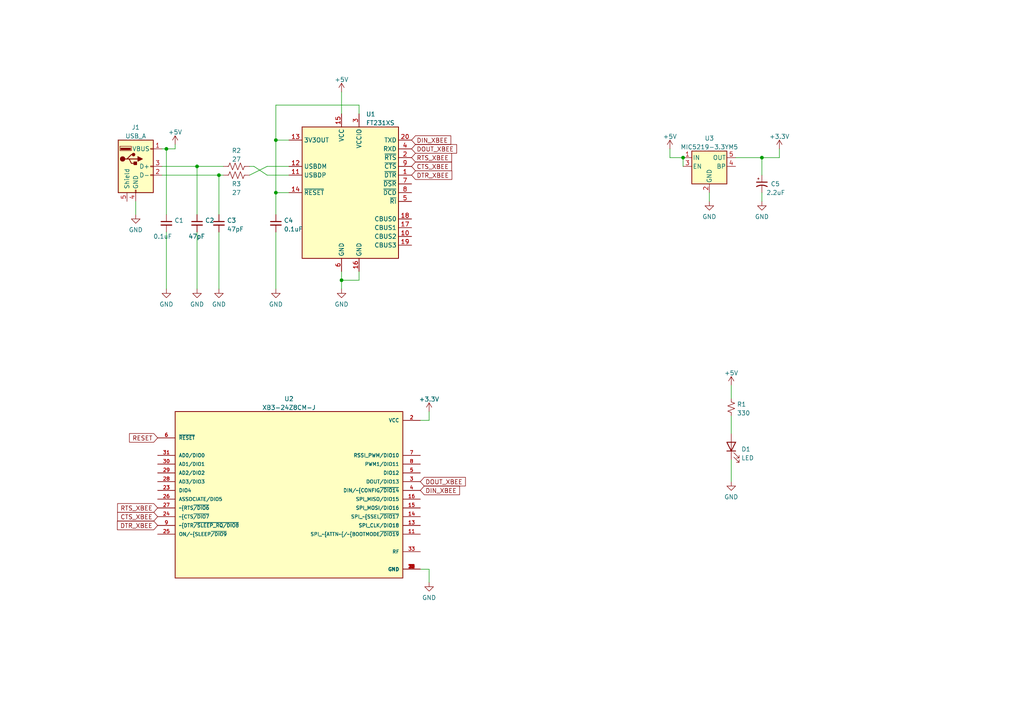
<source format=kicad_sch>
(kicad_sch (version 20211123) (generator eeschema)
  (paper "A4")
  (lib_symbols
    (symbol "Connector:USB_A" (pin_names (offset 1.016))
      (property "Reference" "J1" (at 0 11.3198 0))
      (property "Value" "USB_A" (at 0 8.7829 0))
      (symbol "USB_A_0_1"
        (rectangle (start -5.08 -7.62) (end 5.08 7.62) (stroke (width 0.254)) (fill (type background)))
        (circle (center -3.81 2.159) (radius 0.635) (stroke (width 0.254)) (fill (type outline)))
        (rectangle (start -1.524 4.826) (end -4.318 5.334) (fill (type outline)))
        (rectangle (start -1.27 4.572) (end -4.572 5.842))
        (circle (center -0.635 3.429) (radius 0.381) (stroke (width 0.254)) (fill (type outline)))
        (rectangle (start -0.127 -7.62) (end 0.127 -6.858))
        (polyline (pts (xy -3.175 2.159) (xy -2.54 2.159) (xy -1.27 3.429) (xy -0.635 3.429)) (stroke (width 0.254)))
        (polyline (pts (xy -2.54 2.159) (xy -1.905 2.159) (xy -1.27 0.889) (xy 0 0.889)) (stroke (width 0.254)))
        (polyline (pts (xy 0.635 2.794) (xy 0.635 1.524) (xy 1.905 2.159) (xy 0.635 2.794)) (stroke (width 0.254)) (fill (type outline)))
        (rectangle (start 0.254 1.27) (end -0.508 0.508) (stroke (width 0.254)) (fill (type outline)))
        (rectangle (start 5.08 -2.667) (end 4.318 -2.413))
        (rectangle (start 5.08 -0.127) (end 4.318 0.127))
        (rectangle (start 5.08 4.953) (end 4.318 5.207))
      )
      (symbol "USB_A_1_1"
        (polyline (pts (xy -1.905 2.159) (xy 0.635 2.159)) (stroke (width 0.254)))
        (pin output line (at 7.62 5.08 180) (length 2.54) (name "VBUS") (number "1"))
        (pin bidirectional line (at 7.62 -2.54 180) (length 2.54) (name "D-") (number "2"))
        (pin bidirectional line (at 7.62 0 180) (length 2.54) (name "D+") (number "3"))
        (pin power_out line (at 0 -10.16 90) (length 2.54) (name "GND") (number "4"))
        (pin passive line (at -2.54 -10.16 90) (length 2.54) (name "Shield") (number "5"))
      )
    )
    (symbol "Device:C_Polarized_Small_US" (pin_numbers hide) (pin_names (offset 0.254) hide)
      (property "Reference" "C" (at 0.254 1.778 0))
      (property "Value" "C_Polarized_Small_US" (at 0.254 -2.032 0))
      (symbol "C_Polarized_Small_US_0_1"
        (polyline (pts (xy -1.524 0.508) (xy 1.524 0.508)) (stroke (width 0.3048)))
        (polyline (pts (xy -1.27 1.524) (xy -0.762 1.524)))
        (polyline (pts (xy -1.016 1.27) (xy -1.016 1.778)))
        (arc (start 1.524 -0.762) (mid 0 -0.3734) (end -1.524 -0.762) (stroke (width 0.3048)))
      )
      (symbol "C_Polarized_Small_US_1_1"
        (pin passive line (at 0 2.54 270) (length 2.032) (name "~") (number "1"))
        (pin passive line (at 0 -2.54 90) (length 2.032) (name "~") (number "2"))
      )
    )
    (symbol "Device:C_Small" (pin_numbers hide) (pin_names (offset 0.254) hide)
      (property "Reference" "C" (at 0.254 1.778 0))
      (property "Value" "C_Small" (at 0.254 -2.032 0))
      (symbol "C_Small_0_1"
        (polyline (pts (xy -1.524 -0.508) (xy 1.524 -0.508)) (stroke (width 0.3302)))
        (polyline (pts (xy -1.524 0.508) (xy 1.524 0.508)) (stroke (width 0.3048)))
      )
      (symbol "C_Small_1_1"
        (pin passive line (at 0 2.54 270) (length 2.032) (name "~") (number "1"))
        (pin passive line (at 0 -2.54 90) (length 2.032) (name "~") (number "2"))
      )
    )
    (symbol "Device:LED" (pin_numbers hide) (pin_names (offset 1.016) hide)
      (property "Reference" "D" (at 0 2.54 0))
      (property "Value" "LED" (at 0 -2.54 0))
      (symbol "LED_0_1"
        (polyline (pts (xy -1.27 -1.27) (xy -1.27 1.27)) (stroke (width 0.254)))
        (polyline (pts (xy -1.27 0) (xy 1.27 0)))
        (polyline (pts (xy 1.27 -1.27) (xy 1.27 1.27) (xy -1.27 0) (xy 1.27 -1.27)) (stroke (width 0.254)))
        (polyline (pts (xy -3.048 -0.762) (xy -4.572 -2.286) (xy -3.81 -2.286) (xy -4.572 -2.286) (xy -4.572 -1.524)))
        (polyline (pts (xy -1.778 -0.762) (xy -3.302 -2.286) (xy -2.54 -2.286) (xy -3.302 -2.286) (xy -3.302 -1.524)))
      )
      (symbol "LED_1_1"
        (pin passive line (at -3.81 0 0) (length 2.54) (name "K") (number "1"))
        (pin passive line (at 3.81 0 180) (length 2.54) (name "A") (number "2"))
      )
    )
    (symbol "Device:R_Small_US" (pin_numbers hide) (pin_names (offset 0.254) hide)
      (property "Reference" "R" (at 0.762 0.508 0))
      (property "Value" "R_Small_US" (at 0.762 -1.016 0))
      (symbol "R_Small_US_1_1"
        (polyline (pts (xy 0 0) (xy 1.016 -0.381) (xy 0 -0.762) (xy -1.016 -1.143) (xy 0 -1.524)))
        (polyline (pts (xy 0 1.524) (xy 1.016 1.143) (xy 0 0.762) (xy -1.016 0.381) (xy 0 0)))
        (pin passive line (at 0 2.54 270) (length 1.016) (name "~") (number "1"))
        (pin passive line (at 0 -2.54 90) (length 1.016) (name "~") (number "2"))
      )
    )
    (symbol "Device:R_US" (pin_numbers hide) (pin_names (offset 0))
      (property "Reference" "R" (at 2.54 0 90))
      (property "Value" "R_US" (at -2.54 0 90))
      (symbol "R_US_0_1"
        (polyline (pts (xy 0 -2.286) (xy 0 -2.54)))
        (polyline (pts (xy 0 2.286) (xy 0 2.54)))
        (polyline (pts (xy 0 -0.762) (xy 1.016 -1.143) (xy 0 -1.524) (xy -1.016 -1.905) (xy 0 -2.286)))
        (polyline (pts (xy 0 0.762) (xy 1.016 0.381) (xy 0 0) (xy -1.016 -0.381) (xy 0 -0.762)))
        (polyline (pts (xy 0 2.286) (xy 1.016 1.905) (xy 0 1.524) (xy -1.016 1.143) (xy 0 0.762)))
      )
      (symbol "R_US_1_1"
        (pin passive line (at 0 3.81 270) (length 1.27) (name "~") (number "1"))
        (pin passive line (at 0 -3.81 90) (length 1.27) (name "~") (number "2"))
      )
    )
    (symbol "Interface_USB:FT231XS"
      (property "Reference" "U" (at -13.97 20.32 0))
      (property "Value" "FT231XS" (at 7.62 20.32 0))
      (symbol "FT231XS_0_1"
        (rectangle (start -13.97 19.05) (end 13.97 -19.05) (stroke (width 0.254)) (fill (type background)))
      )
      (symbol "FT231XS_1_1"
        (pin output line (at 17.78 5.08 180) (length 3.81) (name "~{DTR}") (number "1"))
        (pin bidirectional line (at 17.78 -12.7 180) (length 3.81) (name "CBUS2") (number "10"))
        (pin bidirectional line (at -17.78 5.08 0) (length 3.81) (name "USBDP") (number "11"))
        (pin bidirectional line (at -17.78 7.62 0) (length 3.81) (name "USBDM") (number "12"))
        (pin power_out line (at -17.78 15.24 0) (length 3.81) (name "3V3OUT") (number "13"))
        (pin input line (at -17.78 0 0) (length 3.81) (name "~{RESET}") (number "14"))
        (pin power_in line (at -2.54 22.86 270) (length 3.81) (name "VCC") (number "15"))
        (pin power_in line (at 2.54 -22.86 90) (length 3.81) (name "GND") (number "16"))
        (pin bidirectional line (at 17.78 -10.16 180) (length 3.81) (name "CBUS1") (number "17"))
        (pin bidirectional line (at 17.78 -7.62 180) (length 3.81) (name "CBUS0") (number "18"))
        (pin bidirectional line (at 17.78 -15.24 180) (length 3.81) (name "CBUS3") (number "19"))
        (pin output line (at 17.78 10.16 180) (length 3.81) (name "~{RTS}") (number "2"))
        (pin output line (at 17.78 15.24 180) (length 3.81) (name "TXD") (number "20"))
        (pin power_in line (at 2.54 22.86 270) (length 3.81) (name "VCCIO") (number "3"))
        (pin input line (at 17.78 12.7 180) (length 3.81) (name "RXD") (number "4"))
        (pin input line (at 17.78 -2.54 180) (length 3.81) (name "~{RI}") (number "5"))
        (pin power_in line (at -2.54 -22.86 90) (length 3.81) (name "GND") (number "6"))
        (pin input line (at 17.78 2.54 180) (length 3.81) (name "~{DSR}") (number "7"))
        (pin input line (at 17.78 0 180) (length 3.81) (name "~{DCD}") (number "8"))
        (pin input line (at 17.78 7.62 180) (length 3.81) (name "~{CTS}") (number "9"))
      )
    )
    (symbol "Regulator_Linear:MIC5219-3.3YM5" (pin_names (offset 0.254))
      (property "Reference" "U" (at -3.81 5.715 0))
      (property "Value" "MIC5219-3.3YM5" (at 0 5.715 0))
      (symbol "MIC5219-3.3YM5_0_1"
        (rectangle (start -5.08 4.445) (end 5.08 -5.08) (stroke (width 0.254)) (fill (type background)))
      )
      (symbol "MIC5219-3.3YM5_1_1"
        (pin power_in line (at -7.62 2.54 0) (length 2.54) (name "IN") (number "1"))
        (pin power_in line (at 0 -7.62 90) (length 2.54) (name "GND") (number "2"))
        (pin input line (at -7.62 0 0) (length 2.54) (name "EN") (number "3"))
        (pin input line (at 7.62 0 180) (length 2.54) (name "BP") (number "4"))
        (pin power_out line (at 7.62 2.54 180) (length 2.54) (name "OUT") (number "5"))
      )
    )
    (symbol "XBee:XB3-24Z8CM-J" (pin_names (offset 1.016))
      (property "Reference" "U" (at -33.02 26.035 0))
      (property "Value" "XB3-24Z8CM-J" (at -33.02 -25.4 0))
      (symbol "XB3-24Z8CM-J_0_0"
        (rectangle (start -33.02 -22.86) (end 33.02 25.4) (stroke (width 0.254)) (fill (type background)))
        (pin power_in line (at 38.1 -20.32 180) (length 5.08) (name "GND") (number "1"))
        (pin power_in line (at 38.1 -20.32 180) (length 5.08) (name "GND") (number "10"))
        (pin bidirectional line (at 38.1 -10.16 180) (length 5.08) (name "SPI_~{ATTN~{/~{BOOTMODE~{/DIO19}") (number "11"))
        (pin power_in line (at 38.1 -20.32 180) (length 5.08) (name "GND") (number "12"))
        (pin bidirectional line (at 38.1 -7.62 180) (length 5.08) (name "SPI_CLK/DIO18") (number "13"))
        (pin bidirectional line (at 38.1 -5.08 180) (length 5.08) (name "SPI_~{SSEL~{/DIO17}") (number "14"))
        (pin bidirectional line (at 38.1 -2.54 180) (length 5.08) (name "SPI_MOSI/DIO16") (number "15"))
        (pin bidirectional line (at 38.1 0 180) (length 5.08) (name "SPI_MISO/DIO15") (number "16"))
        (pin power_in line (at 38.1 22.86 180) (length 5.08) (name "VCC") (number "2"))
        (pin power_in line (at 38.1 -20.32 180) (length 5.08) (name "GND") (number "21"))
        (pin bidirectional line (at -38.1 2.54 0) (length 5.08) (name "DIO4") (number "23"))
        (pin bidirectional line (at -38.1 -5.08 0) (length 5.08) (name "~{CTS~{/DIO7}") (number "24"))
        (pin bidirectional line (at -38.1 -10.16 0) (length 5.08) (name "ON/~{SLEEP~{/DIO9}") (number "25"))
        (pin bidirectional line (at -38.1 0 0) (length 5.08) (name "ASSOCIATE/DIO5") (number "26"))
        (pin bidirectional line (at -38.1 -2.54 0) (length 5.08) (name "~{RTS~{/DIO6}") (number "27"))
        (pin bidirectional line (at -38.1 5.08 0) (length 5.08) (name "AD3/DIO3") (number "28"))
        (pin bidirectional line (at -38.1 7.62 0) (length 5.08) (name "AD2/DIO2") (number "29"))
        (pin bidirectional line (at 38.1 5.08 180) (length 5.08) (name "DOUT/DIO13") (number "3"))
        (pin bidirectional line (at -38.1 10.16 0) (length 5.08) (name "AD1/DIO1") (number "30"))
        (pin bidirectional line (at -38.1 12.7 0) (length 5.08) (name "AD0/DIO0") (number "31"))
        (pin power_in line (at 38.1 -20.32 180) (length 5.08) (name "GND") (number "32"))
        (pin bidirectional line (at 38.1 -15.24 180) (length 5.08) (name "RF") (number "33"))
        (pin power_in line (at 38.1 -20.32 180) (length 5.08) (name "GND") (number "34"))
        (pin bidirectional line (at 38.1 2.54 180) (length 5.08) (name "DIN/~{CONFIG~{/DIO14}") (number "4"))
        (pin bidirectional line (at 38.1 7.62 180) (length 5.08) (name "DIO12") (number "5"))
        (pin input line (at -38.1 17.78 0) (length 5.08) (name "~{RESET}") (number "6"))
        (pin bidirectional line (at 38.1 12.7 180) (length 5.08) (name "RSSI_PWM/DIO10") (number "7"))
        (pin bidirectional line (at 38.1 10.16 180) (length 5.08) (name "PWM1/DIO11") (number "8"))
        (pin bidirectional line (at -38.1 -7.62 0) (length 5.08) (name "~{DTR~{/SLEEP_RQ/DIO8}") (number "9"))
      )
    )
    (symbol "power:+3.3V" (power) (pin_names (offset 0))
      (property "Value" "+3.3V" (at 0 3.556 0))
      (symbol "+3.3V_0_1"
        (polyline (pts (xy -0.762 1.27) (xy 0 2.54)))
        (polyline (pts (xy 0 0) (xy 0 2.54)))
        (polyline (pts (xy 0 2.54) (xy 0.762 1.27)))
      )
      (symbol "+3.3V_1_1"
        (pin power_in line (at 0 0 90) (length 0) hide (name "+3.3V") (number "1"))
      )
    )
    (symbol "power:+5V" (power) (pin_names (offset 0))
      (property "Value" "+5V" (at 0 3.556 0))
      (symbol "+5V_0_1"
        (polyline (pts (xy -0.762 1.27) (xy 0 2.54)))
        (polyline (pts (xy 0 0) (xy 0 2.54)))
        (polyline (pts (xy 0 2.54) (xy 0.762 1.27)))
      )
      (symbol "+5V_1_1"
        (pin power_in line (at 0 0 90) (length 0) hide (name "+5V") (number "1"))
      )
    )
    (symbol "power:GND" (power) (pin_names (offset 0))
      (property "Value" "GND" (at 0 -3.81 0))
      (symbol "GND_0_1"
        (polyline (pts (xy 0 0) (xy 0 -1.27) (xy 1.27 -1.27) (xy 0 -2.54) (xy -1.27 -1.27) (xy 0 -1.27)))
      )
      (symbol "GND_1_1"
        (pin power_in line (at 0 0 270) (length 0) hide (name "GND") (number "1"))
      )
    )
  )
  (junction (at 63.5 50.8))
  (junction (at 48.26 43.18))
  (junction (at 80.01 40.64))
  (junction (at 198.12 45.72))
  (junction (at 220.98 45.72))
  (junction (at 57.15 48.26))
  (junction (at 99.06 81.28))
  (junction (at 80.01 55.88))
  (wire (pts (xy 80.01 30.48) (xy 80.01 40.64)))
  (wire (pts (xy 124.46 121.92) (xy 124.46 119.38)))
  (wire (pts (xy 80.01 30.48) (xy 104.14 30.48)))
  (wire (pts (xy 212.09 120.65) (xy 212.09 125.73)))
  (wire (pts (xy 194.31 43.18) (xy 194.31 45.72)))
  (wire (pts (xy 63.5 67.31) (xy 63.5 83.82)))
  (wire (pts (xy 121.92 165.1) (xy 124.46 165.1)))
  (wire (pts (xy 80.01 55.88) (xy 83.82 55.88)))
  (wire (pts (xy 212.09 111.76) (xy 212.09 115.57)))
  (wire (pts (xy 124.46 165.1) (xy 124.46 168.91)))
  (wire (pts (xy 48.26 67.31) (xy 48.26 83.82)))
  (wire (pts (xy 198.12 45.72) (xy 198.12 48.26)))
  (wire (pts (xy 63.5 50.8) (xy 63.5 62.23)))
  (wire (pts (xy 80.01 40.64) (xy 80.01 55.88)))
  (wire (pts (xy 104.14 81.28) (xy 99.06 81.28)))
  (wire (pts (xy 226.06 45.72) (xy 220.98 45.72)))
  (wire (pts (xy 99.06 81.28) (xy 99.06 83.82)))
  (wire (pts (xy 80.01 67.31) (xy 80.01 83.82)))
  (wire (pts (xy 46.99 43.18) (xy 48.26 43.18)))
  (wire (pts (xy 50.8 43.18) (xy 50.8 41.91)))
  (wire (pts (xy 104.14 78.74) (xy 104.14 81.28)))
  (wire (pts (xy 57.15 48.26) (xy 57.15 62.23)))
  (wire (pts (xy 226.06 43.18) (xy 226.06 45.72)))
  (wire (pts (xy 73.66 48.26) (xy 77.47 50.8)))
  (wire (pts (xy 77.47 50.8) (xy 83.82 50.8)))
  (wire (pts (xy 121.92 121.92) (xy 124.46 121.92)))
  (wire (pts (xy 46.99 50.8) (xy 63.5 50.8)))
  (wire (pts (xy 205.74 55.88) (xy 205.74 58.42)))
  (wire (pts (xy 194.31 45.72) (xy 198.12 45.72)))
  (wire (pts (xy 212.09 133.35) (xy 212.09 139.7)))
  (wire (pts (xy 213.36 45.72) (xy 220.98 45.72)))
  (wire (pts (xy 57.15 48.26) (xy 64.77 48.26)))
  (wire (pts (xy 57.15 67.31) (xy 57.15 83.82)))
  (wire (pts (xy 220.98 55.88) (xy 220.98 58.42)))
  (wire (pts (xy 99.06 78.74) (xy 99.06 81.28)))
  (wire (pts (xy 80.01 40.64) (xy 83.82 40.64)))
  (wire (pts (xy 99.06 26.67) (xy 99.06 33.02)))
  (wire (pts (xy 48.26 43.18) (xy 50.8 43.18)))
  (wire (pts (xy 48.26 43.18) (xy 48.26 62.23)))
  (wire (pts (xy 63.5 50.8) (xy 64.77 50.8)))
  (wire (pts (xy 72.39 50.8) (xy 77.47 48.26)))
  (wire (pts (xy 104.14 30.48) (xy 104.14 33.02)))
  (wire (pts (xy 39.37 58.42) (xy 39.37 62.23)))
  (wire (pts (xy 72.39 48.26) (xy 73.66 48.26)))
  (wire (pts (xy 46.99 48.26) (xy 57.15 48.26)))
  (wire (pts (xy 80.01 55.88) (xy 80.01 62.23)))
  (wire (pts (xy 77.47 48.26) (xy 83.82 48.26)))
  (wire (pts (xy 220.98 45.72) (xy 220.98 50.8)))
  (global_label "DIN_XBEE" (shape input) (at 119.38 40.64 0) (property "Intersheet References" "${INTERSHEET_REFS}" (effects hide)))
  (global_label "DTR_XBEE" (shape input) (at 45.72 152.4 180) (property "Intersheet References" "${INTERSHEET_REFS}" (effects hide)))
  (global_label "CTS_XBEE" (shape input) (at 45.72 149.86 180) (property "Intersheet References" "${INTERSHEET_REFS}" (effects hide)))
  (global_label "RTS_XBEE" (shape input) (at 119.38 45.72 0) (property "Intersheet References" "${INTERSHEET_REFS}" (effects hide)))
  (global_label "RTS_XBEE" (shape input) (at 45.72 147.32 180) (property "Intersheet References" "${INTERSHEET_REFS}" (effects hide)))
  (global_label "CTS_XBEE" (shape input) (at 119.38 48.26 0) (property "Intersheet References" "${INTERSHEET_REFS}" (effects hide)))
  (global_label "DOUT_XBEE" (shape input) (at 121.92 139.7 0) (property "Intersheet References" "${INTERSHEET_REFS}" (effects hide)))
  (global_label "DOUT_XBEE" (shape input) (at 119.38 43.18 0) (property "Intersheet References" "${INTERSHEET_REFS}" (effects hide)))
  (global_label "RESET" (shape input) (at 45.72 127 180) (property "Intersheet References" "${INTERSHEET_REFS}" (effects hide)))
  (global_label "DTR_XBEE" (shape input) (at 119.38 50.8 0) (property "Intersheet References" "${INTERSHEET_REFS}" (effects hide)))
  (global_label "DIN_XBEE" (shape input) (at 121.92 142.24 0) (property "Intersheet References" "${INTERSHEET_REFS}" (effects hide)))
  (symbol (lib_id "power:+5V") (at 212.09 111.76 0) (unit 1)
    (property "Reference" "#PWR04" (effects hide))
    (property "Value" "+5V" (at 212.09 108.1842 0))
  )
  (symbol (lib_id "power:GND") (at 212.09 139.7 0) (unit 1)
    (property "Reference" "#PWR05" (effects hide))
    (property "Value" "GND" (at 212.09 144.1434 0))
  )
  (symbol (lib_id "Device:R_Small_US") (at 212.09 118.11 0) (unit 1)
    (property "Reference" "R1" (at 213.741 117.2753 0) (effects (justify left)))
    (property "Value" "330" (at 213.741 119.8122 0) (effects (justify left)))
    (property "Footprint" "Resistor_SMD:R_0805_2012Metric_Pad1.20x1.40mm_HandSolder" (effects hide))
  )
  (symbol (lib_id "power:GND") (at 48.26 83.82 0) (unit 1)
    (property "Reference" "#PWR02" (effects hide))
    (property "Value" "GND" (at 48.26 88.2634 0))
  )
  (symbol (lib_id "power:+3.3V") (at 124.46 119.38 0) (unit 1)
    (property "Reference" "#PWR014" (effects hide))
    (property "Value" "+3.3V" (at 124.46 115.8042 0))
  )
  (symbol (lib_id "XBee:XB3-24Z8CM-J") (at 83.82 144.78 0) (unit 1)
    (property "Reference" "U2" (at 83.82 115.6802 0))
    (property "Value" "XB3-24Z8CM-J" (at 83.82 118.2171 0))
    (property "Footprint" "XBee:XB3-24Z8UM-J" (effects hide))
    (property "STANDARD" "Manufacturer Recommendations" (effects hide))
    (property "MANUFACTURER" "DIGI INTERNATIONAL" (effects hide))
    (property "PARTREV" "N/A" (effects hide))
    (property "MAXIMUM_PACKAGE_HEIGHT" "2.21mm" (effects hide))
  )
  (symbol (lib_id "power:GND") (at 63.5 83.82 0) (unit 1)
    (property "Reference" "#PWR07" (effects hide))
    (property "Value" "GND" (at 63.5 88.2634 0))
  )
  (symbol (lib_id "power:GND") (at 124.46 168.91 0) (unit 1)
    (property "Reference" "#PWR015" (effects hide))
    (property "Value" "GND" (at 124.46 173.3534 0))
  )
  (symbol (lib_id "Device:R_US") (at 68.58 48.26 90) (unit 1)
    (property "Reference" "R2" (at 68.58 43.6712 90))
    (property "Value" "27" (at 68.58 46.2081 90))
    (property "Footprint" "Resistor_SMD:R_0805_2012Metric_Pad1.20x1.40mm_HandSolder" (effects hide))
  )
  (symbol (lib_id "Device:C_Small") (at 63.5 64.77 0) (unit 1)
    (property "Reference" "C3" (at 65.8241 63.9416 0) (effects (justify left)))
    (property "Value" "47pF" (at 65.8241 66.4785 0) (effects (justify left)))
    (property "Footprint" "Capacitor_SMD:C_0805_2012Metric_Pad1.18x1.45mm_HandSolder" (effects hide))
  )
  (symbol (lib_id "Regulator_Linear:MIC5219-3.3YM5") (at 205.74 48.26 0) (unit 1)
    (property "Reference" "U3" (at 205.74 40.1152 0))
    (property "Value" "MIC5219-3.3YM5" (at 205.74 42.6521 0))
    (property "Footprint" "Package_TO_SOT_SMD:SOT-23-5" (effects hide))
    (property "Datasheet" "http://ww1.microchip.com/downloads/en/DeviceDoc/MIC5219-500mA-Peak-Output-LDO-Regulator-DS20006021A.pdf" (effects hide))
  )
  (symbol (lib_id "power:+3.3V") (at 226.06 43.18 0) (unit 1)
    (property "Reference" "#PWR016" (effects hide))
    (property "Value" "+3.3V" (at 226.06 39.6042 0))
  )
  (symbol (lib_id "Device:C_Small") (at 57.15 64.77 0) (unit 1)
    (property "Reference" "C2" (at 59.4741 63.9416 0) (effects (justify left)))
    (property "Value" "47pF" (at 54.61 68.58 0) (effects (justify left)))
    (property "Footprint" "Capacitor_SMD:C_0805_2012Metric_Pad1.18x1.45mm_HandSolder" (effects hide))
  )
  (symbol (lib_id "power:GND") (at 205.74 58.42 0) (unit 1)
    (property "Reference" "#PWR012" (effects hide))
    (property "Value" "GND" (at 205.74 62.8634 0))
  )
  (symbol (lib_id "Device:C_Small") (at 80.01 64.77 0) (unit 1)
    (property "Reference" "C4" (at 82.3341 63.9416 0) (effects (justify left)))
    (property "Value" "0.1uF" (at 82.3341 66.4785 0) (effects (justify left)))
    (property "Footprint" "Capacitor_SMD:C_0805_2012Metric_Pad1.18x1.45mm_HandSolder" (effects hide))
  )
  (symbol (lib_id "power:GND") (at 220.98 58.42 0) (unit 1)
    (property "Reference" "#PWR013" (effects hide))
    (property "Value" "GND" (at 220.98 62.8634 0))
  )
  (symbol (lib_id "power:+5V") (at 194.31 43.18 0) (unit 1)
    (property "Reference" "#PWR011" (effects hide))
    (property "Value" "+5V" (at 194.31 39.6042 0))
  )
  (symbol (lib_id "Interface_USB:FT231XS") (at 101.6 55.88 0) (unit 1)
    (property "Reference" "U1" (at 106.1594 33.1302 0) (effects (justify left)))
    (property "Value" "FT231XS" (at 106.1594 35.6671 0) (effects (justify left)))
    (property "Footprint" "Package_SO:SSOP-20_3.9x8.7mm_P0.635mm" (effects hide))
    (property "Datasheet" "https://www.ftdichip.com/Support/Documents/DataSheets/ICs/DS_FT231X.pdf" (effects hide))
  )
  (symbol (lib_id "power:GND") (at 80.01 83.82 0) (unit 1)
    (property "Reference" "#PWR08" (effects hide))
    (property "Value" "GND" (at 80.01 88.2634 0))
  )
  (symbol (lib_id "power:GND") (at 99.06 83.82 0) (unit 1)
    (property "Reference" "#PWR010" (effects hide))
    (property "Value" "GND" (at 99.06 88.2634 0))
  )
  (symbol (lib_id "power:+5V") (at 99.06 26.67 0) (unit 1)
    (property "Reference" "#PWR09" (effects hide))
    (property "Value" "+5V" (at 99.06 23.0942 0))
  )
  (symbol (lib_id "Connector:USB_A") (at 39.37 48.26 0) (unit 1)
    (property "Reference" "J1" (at 39.37 36.9402 0))
    (property "Value" "USB_A" (at 39.37 39.4771 0))
    (property "Footprint" "Connector_USB:USB_A_CNCTech_1001-011-01101_Horizontal" (effects hide))
    (property "Datasheet" " ~" (effects hide))
  )
  (symbol (lib_id "Device:R_US") (at 68.58 50.8 90) (unit 1)
    (property "Reference" "R3" (at 68.58 53.34 90))
    (property "Value" "27" (at 68.58 55.88 90))
    (property "Footprint" "Resistor_SMD:R_0805_2012Metric_Pad1.20x1.40mm_HandSolder" (effects hide))
  )
  (symbol (lib_id "power:+5V") (at 50.8 41.91 0) (unit 1)
    (property "Reference" "#PWR03" (effects hide))
    (property "Value" "+5V" (at 50.8 38.3342 0))
  )
  (symbol (lib_id "power:GND") (at 57.15 83.82 0) (unit 1)
    (property "Reference" "#PWR06" (effects hide))
    (property "Value" "GND" (at 57.15 88.2634 0))
  )
  (symbol (lib_id "power:GND") (at 39.37 62.23 0) (unit 1)
    (property "Reference" "#PWR01" (effects hide))
    (property "Value" "GND" (at 39.37 66.6734 0))
  )
  (symbol (lib_id "Device:C_Small") (at 48.26 64.77 0) (unit 1)
    (property "Reference" "C1" (at 50.5841 63.9416 0) (effects (justify left)))
    (property "Value" "0.1uF" (at 44.45 68.58 0) (effects (justify left)))
    (property "Footprint" "Capacitor_SMD:C_0805_2012Metric_Pad1.18x1.45mm_HandSolder" (effects hide))
  )
  (symbol (lib_id "Device:LED") (at 212.09 129.54 90) (unit 1)
    (property "Reference" "D1" (at 215.011 130.2928 90) (effects (justify right)))
    (property "Value" "LED" (at 215.011 132.8297 90) (effects (justify right)))
    (property "Footprint" "LED_SMD:LED_0805_2012Metric_Pad1.15x1.40mm_HandSolder" (effects hide))
  )
  (symbol (lib_id "Device:C_Polarized_Small_US") (at 220.98 53.34 0) (unit 1)
    (property "Reference" "C5" (at 223.52 53.34 0) (effects (justify left)))
    (property "Value" "2.2uF" (at 222.25 55.88 0) (effects (justify left)))
    (property "Footprint" "Capacitor_Tantalum_SMD:CP_EIA-3216-12_Kemet-S_Pad1.58x1.35mm_HandSolder" (effects hide))
  )
)
</source>
